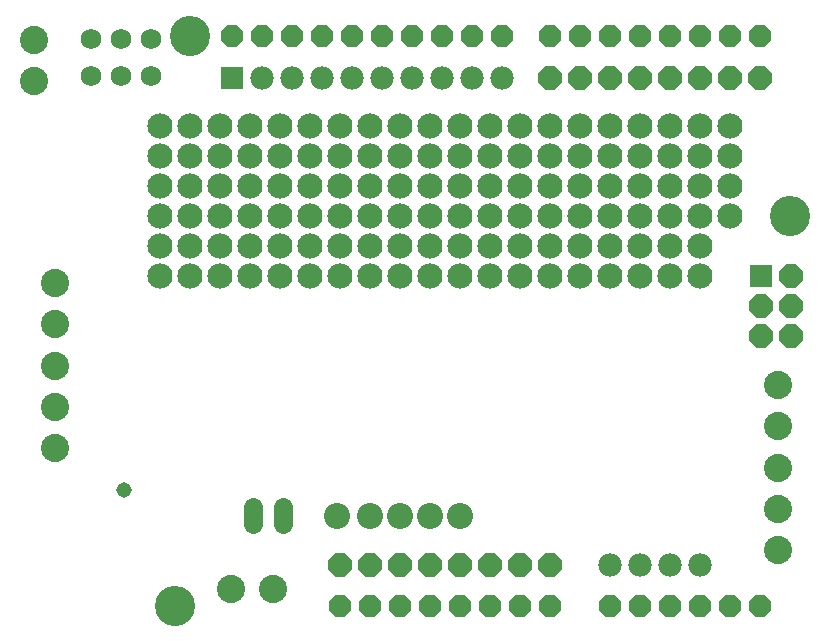
<source format=gbr>
G04 EAGLE Gerber RS-274X export*
G75*
%MOMM*%
%FSLAX34Y34*%
%LPD*%
%INSoldermask Bottom*%
%IPPOS*%
%AMOC8*
5,1,8,0,0,1.08239X$1,22.5*%
G01*
%ADD10C,3.403200*%
%ADD11C,2.387600*%
%ADD12C,1.625600*%
%ADD13P,2.144431X8X292.500000*%
%ADD14C,1.727200*%
%ADD15C,2.203200*%
%ADD16C,2.133600*%
%ADD17P,2.034460X8X22.500000*%
%ADD18P,2.144431X8X22.500000*%
%ADD19R,1.981200X1.981200*%
%ADD20C,1.981200*%
%ADD21C,1.309600*%


D10*
X152400Y508000D03*
X660400Y355600D03*
X139700Y25400D03*
D11*
X38100Y228600D03*
X38100Y263600D03*
X38100Y193600D03*
X38100Y158600D03*
X38100Y298600D03*
X650240Y142240D03*
X650240Y177240D03*
X650240Y107240D03*
X650240Y72240D03*
X650240Y212240D03*
D12*
X205740Y108712D02*
X205740Y94488D01*
X231140Y94488D02*
X231140Y108712D01*
D11*
X222470Y39370D03*
X187470Y39370D03*
D13*
X635000Y472440D03*
X609600Y472440D03*
X584200Y472440D03*
X558800Y472440D03*
X533400Y472440D03*
X508000Y472440D03*
X482600Y472440D03*
X457200Y472440D03*
D14*
X68580Y505460D03*
X93980Y505460D03*
X119380Y505460D03*
X68580Y473710D03*
X93980Y473710D03*
X119380Y473710D03*
D11*
X20320Y469680D03*
X20320Y504680D03*
D15*
X276860Y101600D03*
X304800Y101600D03*
X330200Y101600D03*
X355600Y101600D03*
X381000Y101600D03*
D16*
X609600Y355600D03*
X609600Y381000D03*
X609600Y406400D03*
X609600Y431800D03*
D17*
X533400Y508000D03*
X508000Y25400D03*
X558800Y508000D03*
X584200Y508000D03*
X609600Y508000D03*
X635000Y508000D03*
X508000Y508000D03*
X482600Y508000D03*
X457200Y508000D03*
X416560Y508000D03*
X391160Y508000D03*
X365760Y508000D03*
X340360Y508000D03*
X314960Y508000D03*
X289560Y508000D03*
X264160Y508000D03*
X238760Y508000D03*
X533400Y25400D03*
X558800Y25400D03*
X584200Y25400D03*
X609600Y25400D03*
X635000Y25400D03*
X457200Y25400D03*
X431800Y25400D03*
X406400Y25400D03*
X381000Y25400D03*
X355600Y25400D03*
X330200Y25400D03*
X213360Y508000D03*
X187960Y508000D03*
X304800Y25400D03*
X279400Y25400D03*
D18*
X661670Y279400D03*
X636270Y279400D03*
D19*
X636270Y304800D03*
D18*
X661670Y304800D03*
X661670Y254000D03*
X636270Y254000D03*
D20*
X584200Y59690D03*
X558800Y59690D03*
X533400Y59690D03*
X508000Y59690D03*
D13*
X457200Y59690D03*
X431800Y59690D03*
X406400Y59690D03*
X381000Y59690D03*
X355600Y59690D03*
X330200Y59690D03*
X304800Y59690D03*
X279400Y59690D03*
D19*
X187960Y472440D03*
D20*
X213360Y472440D03*
X238760Y472440D03*
X264160Y472440D03*
X289560Y472440D03*
X314960Y472440D03*
X340360Y472440D03*
X365760Y472440D03*
X391160Y472440D03*
X416560Y472440D03*
D17*
X533400Y508000D03*
X508000Y25400D03*
X558800Y508000D03*
X584200Y508000D03*
X609600Y508000D03*
X635000Y508000D03*
X508000Y508000D03*
X482600Y508000D03*
X457200Y508000D03*
X416560Y508000D03*
X391160Y508000D03*
X365760Y508000D03*
X340360Y508000D03*
X314960Y508000D03*
X289560Y508000D03*
X264160Y508000D03*
X238760Y508000D03*
X533400Y25400D03*
X558800Y25400D03*
X584200Y25400D03*
X609600Y25400D03*
X635000Y25400D03*
X457200Y25400D03*
X431800Y25400D03*
X406400Y25400D03*
X381000Y25400D03*
X355600Y25400D03*
X330200Y25400D03*
X213360Y508000D03*
X187960Y508000D03*
X304800Y25400D03*
X279400Y25400D03*
D18*
X661670Y279400D03*
X636270Y279400D03*
D19*
X636270Y304800D03*
D18*
X661670Y304800D03*
X661670Y254000D03*
X636270Y254000D03*
D16*
X127000Y355600D03*
X127000Y330200D03*
X152400Y330200D03*
X152400Y355600D03*
X152400Y381000D03*
X127000Y381000D03*
X127000Y406400D03*
X152400Y406400D03*
X152400Y431800D03*
X127000Y431800D03*
X177800Y431800D03*
X177800Y406400D03*
X177800Y381000D03*
X177800Y355600D03*
X177800Y330200D03*
X203200Y330200D03*
X203200Y355600D03*
X203200Y381000D03*
X203200Y406400D03*
X203200Y431800D03*
X228600Y431800D03*
X228600Y406400D03*
X228600Y381000D03*
X228600Y355600D03*
X228600Y330200D03*
X254000Y330200D03*
X254000Y355600D03*
X254000Y381000D03*
X254000Y406400D03*
X254000Y431800D03*
X279400Y431800D03*
X279400Y406400D03*
X279400Y381000D03*
X279400Y355600D03*
X279400Y330200D03*
X304800Y330200D03*
X304800Y355600D03*
X304800Y381000D03*
X304800Y406400D03*
X304800Y431800D03*
X330200Y431800D03*
X355600Y431800D03*
X381000Y431800D03*
X406400Y431800D03*
X431800Y431800D03*
X457200Y431800D03*
X482600Y431800D03*
X508000Y406400D03*
X533400Y406400D03*
X558800Y406400D03*
X584200Y406400D03*
X584200Y330200D03*
X584200Y355600D03*
X584200Y381000D03*
X558800Y381000D03*
X558800Y355600D03*
X558800Y330200D03*
X533400Y330200D03*
X533400Y355600D03*
X533400Y381000D03*
X508000Y381000D03*
X508000Y355600D03*
X508000Y330200D03*
X482600Y330200D03*
X482600Y355600D03*
X482600Y381000D03*
X482600Y406400D03*
X457200Y406400D03*
X457200Y381000D03*
X457200Y355600D03*
X457200Y330200D03*
X431800Y330200D03*
X431800Y355600D03*
X431800Y381000D03*
X431800Y406400D03*
X406400Y406400D03*
X406400Y381000D03*
X406400Y355600D03*
X406400Y330200D03*
X381000Y330200D03*
X381000Y355600D03*
X381000Y381000D03*
X381000Y406400D03*
X355600Y406400D03*
X355600Y381000D03*
X355600Y355600D03*
X355600Y330200D03*
X330200Y330200D03*
X330200Y355600D03*
X330200Y381000D03*
X330200Y406400D03*
X508000Y431800D03*
X533400Y431800D03*
X558800Y431800D03*
X584200Y431800D03*
X127000Y304800D03*
X152400Y304800D03*
X177800Y304800D03*
X228600Y304800D03*
X203200Y304800D03*
X254000Y304800D03*
X279400Y304800D03*
X304800Y304800D03*
X330200Y304800D03*
X355600Y304800D03*
X381000Y304800D03*
X406400Y304800D03*
X431800Y304800D03*
X457200Y304800D03*
X482600Y304800D03*
X508000Y304800D03*
X533400Y304800D03*
X558800Y304800D03*
X584200Y304800D03*
D21*
X96520Y123190D03*
M02*

</source>
